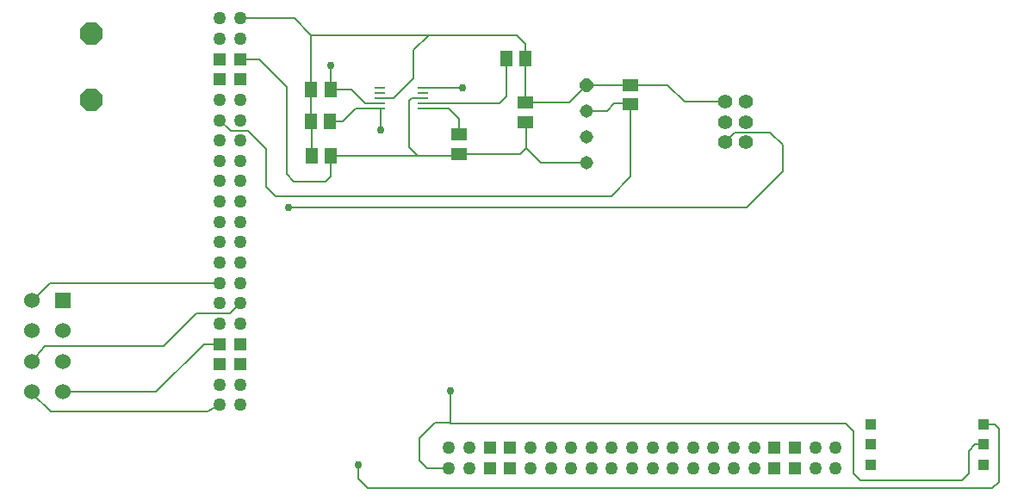
<source format=gbr>
G04 EAGLE Gerber RS-274X export*
G75*
%MOMM*%
%FSLAX34Y34*%
%LPD*%
%INTop Copper*%
%IPPOS*%
%AMOC8*
5,1,8,0,0,1.08239X$1,22.5*%
G01*
%ADD10R,1.258000X1.258000*%
%ADD11C,1.258000*%
%ADD12P,2.336880X8X112.500000*%
%ADD13C,1.530000*%
%ADD14R,1.530000X1.530000*%
%ADD15R,1.108000X1.108000*%
%ADD16R,1.000000X0.250000*%
%ADD17R,1.300000X1.500000*%
%ADD18R,1.500000X1.300000*%
%ADD19C,1.408000*%
%ADD20P,1.415766X8X292.500000*%
%ADD21C,1.308000*%
%ADD22C,0.152400*%
%ADD23C,0.756400*%


D10*
X770700Y51500D03*
X750700Y51500D03*
X770700Y31500D03*
X750700Y31500D03*
X490700Y51500D03*
X470600Y51400D03*
X490700Y31500D03*
X470700Y31600D03*
X225400Y153700D03*
X225400Y133700D03*
X205500Y133700D03*
X205500Y153700D03*
X205400Y413700D03*
X225300Y413800D03*
X205400Y433600D03*
X225600Y433700D03*
D11*
X810700Y51400D03*
X790600Y51500D03*
X810600Y31500D03*
X790700Y31600D03*
X730600Y51400D03*
X730700Y31400D03*
X710600Y51400D03*
X710700Y31400D03*
X690700Y31400D03*
X690600Y51400D03*
X670600Y51400D03*
X670500Y31400D03*
X650600Y51500D03*
X650700Y31400D03*
X630700Y51400D03*
X630600Y31500D03*
X610600Y51400D03*
X610700Y31400D03*
X590600Y51500D03*
X590600Y31500D03*
X570600Y51500D03*
X570600Y31400D03*
X550700Y51500D03*
X550700Y31400D03*
X530700Y51500D03*
X530700Y31400D03*
X510600Y51500D03*
X510600Y31400D03*
X450700Y51500D03*
X450700Y31400D03*
X430600Y51500D03*
X430600Y31400D03*
X225400Y113800D03*
X225400Y93700D03*
X205300Y113800D03*
X205300Y93700D03*
X225400Y193800D03*
X225400Y173700D03*
X205300Y193800D03*
X205300Y173700D03*
X225300Y233800D03*
X225300Y213700D03*
X205200Y233800D03*
X205200Y213700D03*
X225300Y273800D03*
X225300Y253700D03*
X205200Y273800D03*
X205200Y253700D03*
X225400Y313800D03*
X225400Y293700D03*
X205300Y313800D03*
X205300Y293700D03*
X225400Y353800D03*
X225400Y333700D03*
X205300Y353800D03*
X205300Y333700D03*
X225400Y393900D03*
X225400Y373800D03*
X205300Y393900D03*
X205300Y373800D03*
X225400Y473800D03*
X225400Y453700D03*
X205300Y473800D03*
X205300Y453700D03*
D12*
X79000Y393488D03*
X79000Y458512D03*
D13*
X50800Y166500D03*
X20800Y166500D03*
X50800Y136500D03*
X20800Y136500D03*
D14*
X50800Y196500D03*
D13*
X50800Y106500D03*
X20800Y196500D03*
X20800Y106500D03*
D15*
X844900Y34800D03*
X844900Y54800D03*
X844900Y74800D03*
X955700Y74800D03*
X955700Y54800D03*
X955700Y34800D03*
D16*
X405131Y385500D03*
X405131Y390500D03*
X405131Y395500D03*
X405131Y400500D03*
X405131Y405500D03*
X362869Y405500D03*
X362869Y400500D03*
X362869Y395500D03*
X362869Y390500D03*
X362869Y385500D03*
D17*
X314500Y338500D03*
X295500Y338500D03*
X294500Y372500D03*
X313500Y372500D03*
X295000Y403500D03*
X314000Y403500D03*
D18*
X440500Y359500D03*
X440500Y340500D03*
D17*
X506000Y434500D03*
X487000Y434500D03*
D18*
X506000Y391000D03*
X506000Y372000D03*
D19*
X702000Y392000D03*
X722000Y392000D03*
X702000Y372000D03*
X722000Y372000D03*
X702000Y352000D03*
X722000Y352000D03*
D20*
X566000Y408100D03*
D21*
X566000Y382700D03*
X566000Y357300D03*
X566000Y331900D03*
D18*
X609000Y408500D03*
X609000Y389500D03*
D22*
X205300Y93700D02*
X193588Y86988D01*
X39012Y86988D01*
X20800Y105200D01*
X20800Y106500D01*
X225400Y193788D02*
X225400Y193800D01*
X225400Y193788D02*
X215492Y183880D01*
X182296Y183880D01*
X150076Y151660D01*
X33112Y151660D01*
X20800Y136500D01*
X142636Y106500D02*
X189836Y153700D01*
X205500Y153700D01*
X142636Y106500D02*
X50800Y106500D01*
X294500Y372500D02*
X294500Y375500D01*
X294500Y403000D01*
X295000Y403500D01*
X295000Y457500D01*
X278700Y473800D02*
X225400Y473800D01*
X278700Y473800D02*
X295000Y457500D01*
X295500Y374500D02*
X295500Y338500D01*
X295500Y374500D02*
X294500Y375500D01*
X506000Y391000D02*
X506000Y434500D01*
X376500Y395500D02*
X362869Y395500D01*
X396000Y415000D02*
X396000Y443000D01*
X410500Y457500D01*
X497000Y457500D02*
X506000Y448500D01*
X506000Y434500D01*
X396000Y415000D02*
X376500Y395500D01*
X410500Y457500D02*
X497000Y457500D01*
X410500Y457500D02*
X295000Y457500D01*
X701000Y391000D02*
X702000Y392000D01*
X662000Y392000D01*
X645500Y408500D02*
X609000Y408500D01*
X645500Y408500D02*
X662000Y392000D01*
X609000Y408500D02*
X566400Y408500D01*
X566000Y408100D01*
X548900Y391000D01*
X506000Y391000D01*
X440500Y340500D02*
X438500Y338500D01*
X400000Y338500D01*
X314500Y338500D01*
X393500Y395500D02*
X405131Y395500D01*
X393500Y395500D02*
X391000Y393000D01*
X391000Y347500D01*
X400000Y338500D01*
X506000Y372000D02*
X506500Y372000D01*
X500500Y340500D02*
X440500Y340500D01*
X506500Y346500D02*
X506500Y372000D01*
X506500Y346500D02*
X500500Y340500D01*
X314500Y338500D02*
X314500Y318500D01*
X309500Y313500D01*
X278000Y313500D01*
X271000Y320500D01*
X243800Y433700D02*
X225600Y433700D01*
X271000Y406500D02*
X271000Y320500D01*
X271000Y406500D02*
X243800Y433700D01*
X506500Y346500D02*
X521100Y331900D01*
X566000Y331900D01*
X362869Y390500D02*
X348000Y390500D01*
X335000Y403500D02*
X315500Y403500D01*
X314000Y403500D01*
X335000Y403500D02*
X348000Y390500D01*
X711500Y361500D02*
X746500Y361500D01*
X758500Y349500D01*
X723000Y288000D02*
X272500Y288000D01*
D23*
X272500Y288000D03*
D22*
X758500Y323500D02*
X758500Y349500D01*
X758500Y323500D02*
X723000Y288000D01*
D23*
X314500Y428000D03*
D22*
X314500Y404500D01*
X315500Y403500D01*
X702000Y352000D02*
X711500Y361500D01*
D23*
X443500Y405500D03*
D22*
X405131Y405500D01*
X326000Y372500D02*
X313500Y372500D01*
X339000Y385500D02*
X362869Y385500D01*
X339000Y385500D02*
X326000Y372500D01*
X362869Y385500D02*
X363500Y384869D01*
D23*
X363500Y364000D03*
D22*
X363500Y384869D01*
D23*
X432200Y107400D03*
D22*
X432200Y75700D01*
X820300Y75700D01*
X828500Y67500D02*
X828500Y26000D01*
X828500Y67500D02*
X820300Y75700D01*
X954300Y54800D02*
X955700Y54800D01*
X835000Y19500D02*
X828500Y26000D01*
X835000Y19500D02*
X935000Y19500D01*
X941500Y26000D01*
X941500Y48500D01*
X947800Y54800D01*
X955700Y54800D01*
X432200Y75900D02*
X432200Y107400D01*
X432200Y75900D02*
X416900Y75900D01*
X401600Y60600D01*
X401600Y38900D01*
X409100Y31400D01*
X430600Y31400D01*
X955700Y74800D02*
X966700Y74800D01*
X971000Y70500D01*
X971000Y18184D01*
X964500Y11684D01*
X350316Y11684D01*
X341000Y21000D01*
X341000Y34500D01*
D23*
X341000Y34500D03*
D22*
X215795Y363300D02*
X215790Y363310D01*
X205300Y373800D01*
X215795Y363300D02*
X232800Y363300D01*
X566000Y382700D02*
X585700Y382700D01*
X593000Y390000D01*
X608500Y390000D01*
X609000Y389500D01*
X251000Y345100D02*
X251000Y308000D01*
X251000Y345100D02*
X232800Y363300D01*
X251000Y308000D02*
X260000Y299000D01*
X590000Y299000D01*
X609000Y318000D02*
X609000Y389500D01*
X609000Y318000D02*
X590000Y299000D01*
X205200Y213700D02*
X38440Y213700D01*
X21336Y196596D01*
X20800Y196500D01*
X440500Y359500D02*
X440500Y375500D01*
X430500Y385500D02*
X405131Y385500D01*
X430500Y385500D02*
X440500Y375500D01*
X405131Y390500D02*
X480500Y390500D01*
X487000Y397000D02*
X487000Y434500D01*
X487000Y397000D02*
X480500Y390500D01*
M02*

</source>
